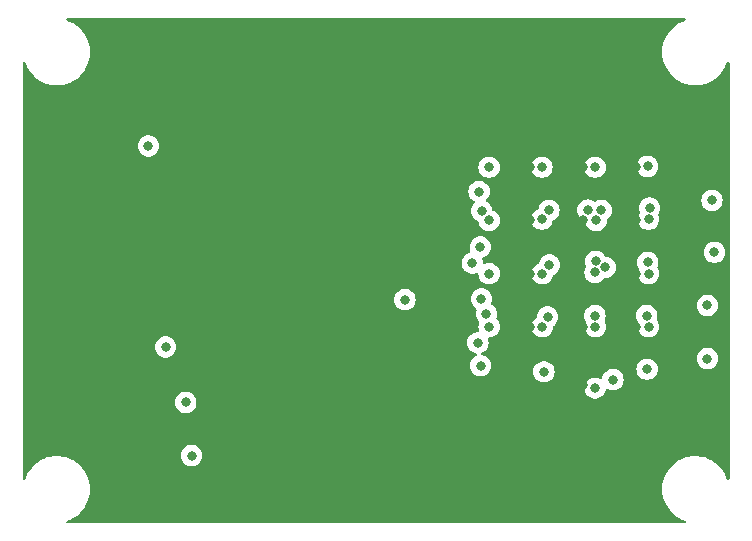
<source format=gbr>
%TF.GenerationSoftware,KiCad,Pcbnew,7.0.7*%
%TF.CreationDate,2023-10-03T17:06:42-05:00*%
%TF.ProjectId,MLX90393_board3,4d4c5839-3033-4393-935f-626f61726433,rev?*%
%TF.SameCoordinates,Original*%
%TF.FileFunction,Copper,L3,Inr*%
%TF.FilePolarity,Positive*%
%FSLAX46Y46*%
G04 Gerber Fmt 4.6, Leading zero omitted, Abs format (unit mm)*
G04 Created by KiCad (PCBNEW 7.0.7) date 2023-10-03 17:06:42*
%MOMM*%
%LPD*%
G01*
G04 APERTURE LIST*
%TA.AperFunction,ViaPad*%
%ADD10C,0.800000*%
%TD*%
G04 APERTURE END LIST*
D10*
%TO.N,+3.3V*%
X180900000Y-108300000D03*
X145261689Y-123158415D03*
X176016689Y-108248415D03*
X167016689Y-112748415D03*
X167016689Y-117248415D03*
X149561689Y-112958415D03*
X167016689Y-122348415D03*
X176016689Y-122248415D03*
X167016689Y-103748415D03*
X171516689Y-122148415D03*
X167016689Y-108248415D03*
X176016689Y-117248415D03*
X180516689Y-103748415D03*
X180516689Y-122148415D03*
X176016689Y-103748415D03*
X171516689Y-117248415D03*
X180516689Y-117248415D03*
X171516689Y-108248415D03*
X180516689Y-112748415D03*
X128350000Y-102000000D03*
X171516689Y-103748415D03*
X176016689Y-112748415D03*
X170998471Y-112658997D03*
%TO.N,GND*%
X182416689Y-106548415D03*
X172516689Y-122448415D03*
X162600000Y-118600000D03*
X182016689Y-115448415D03*
X138361689Y-128158415D03*
X134700000Y-101950000D03*
X137861689Y-123658415D03*
X162700000Y-105800000D03*
X171890716Y-107375685D03*
X172567646Y-111700281D03*
X162900000Y-114900000D03*
X162800000Y-110500000D03*
X136161689Y-118958415D03*
X182616689Y-110948415D03*
X182016689Y-119948415D03*
%TO.N,SCL_3V*%
X172516689Y-103748415D03*
X163545429Y-112748415D03*
X163545429Y-103748415D03*
X168045429Y-117248415D03*
X168016689Y-103748415D03*
X163545429Y-117248415D03*
X172516689Y-112648415D03*
X172545429Y-117248415D03*
X176962938Y-103669876D03*
X177045429Y-117248415D03*
X177045429Y-108148415D03*
X168045429Y-112748415D03*
X172616689Y-108248415D03*
X163545429Y-108248415D03*
X168024106Y-108148415D03*
X177045429Y-112748415D03*
%TO.N,SDA_3V*%
X163316689Y-116148415D03*
X173365320Y-112222526D03*
X174029928Y-121724959D03*
X162816689Y-120548415D03*
X168651363Y-112017389D03*
X173041320Y-107399155D03*
X176894571Y-116310973D03*
X176977383Y-111801354D03*
X168616689Y-107387986D03*
X162916689Y-107448415D03*
X177129672Y-107202657D03*
X176916689Y-120848415D03*
X162116689Y-111848415D03*
X168186155Y-121062126D03*
X172500000Y-116300000D03*
X168498212Y-116413824D03*
X156416689Y-114948415D03*
%TD*%
%TA.AperFunction,Conductor*%
%TO.N,+3.3V*%
G36*
X180141997Y-91120185D02*
G01*
X180187752Y-91172989D01*
X180197696Y-91242147D01*
X180168671Y-91305703D01*
X180117368Y-91341022D01*
X179888897Y-91424178D01*
X179888891Y-91424181D01*
X179597380Y-91570584D01*
X179324815Y-91749852D01*
X179074931Y-91959530D01*
X179074930Y-91959531D01*
X179074924Y-91959536D01*
X179074923Y-91959538D01*
X178851057Y-92196823D01*
X178851054Y-92196826D01*
X178851052Y-92196829D01*
X178851045Y-92196837D01*
X178656251Y-92458490D01*
X178493143Y-92741003D01*
X178493137Y-92741016D01*
X178363931Y-93040547D01*
X178270369Y-93353067D01*
X178270367Y-93353075D01*
X178213723Y-93674319D01*
X178213722Y-93674330D01*
X178194754Y-93999996D01*
X178194754Y-94000003D01*
X178213722Y-94325669D01*
X178213723Y-94325680D01*
X178270367Y-94646924D01*
X178270369Y-94646932D01*
X178363931Y-94959452D01*
X178493137Y-95258983D01*
X178493143Y-95258996D01*
X178656251Y-95541509D01*
X178851045Y-95803162D01*
X178851050Y-95803168D01*
X178851057Y-95803177D01*
X179074923Y-96040462D01*
X179074929Y-96040467D01*
X179074930Y-96040468D01*
X179074931Y-96040469D01*
X179324815Y-96250147D01*
X179324818Y-96250149D01*
X179324823Y-96250153D01*
X179597377Y-96429414D01*
X179888899Y-96575822D01*
X180195446Y-96687396D01*
X180195452Y-96687397D01*
X180195454Y-96687398D01*
X180512858Y-96762625D01*
X180512865Y-96762626D01*
X180512874Y-96762628D01*
X180836889Y-96800500D01*
X180836896Y-96800500D01*
X181163104Y-96800500D01*
X181163111Y-96800500D01*
X181487126Y-96762628D01*
X181487135Y-96762625D01*
X181487141Y-96762625D01*
X181743176Y-96701942D01*
X181804554Y-96687396D01*
X182111101Y-96575822D01*
X182402623Y-96429414D01*
X182675177Y-96250153D01*
X182925077Y-96040462D01*
X183148943Y-95803177D01*
X183343749Y-95541508D01*
X183506859Y-95258992D01*
X183636069Y-94959451D01*
X183656709Y-94890507D01*
X183694794Y-94831930D01*
X183758502Y-94803242D01*
X183827607Y-94813551D01*
X183880168Y-94859584D01*
X183899500Y-94926071D01*
X183899500Y-130073928D01*
X183879815Y-130140967D01*
X183827011Y-130186722D01*
X183757853Y-130196666D01*
X183694297Y-130167641D01*
X183656709Y-130109492D01*
X183636068Y-130040547D01*
X183506859Y-129741008D01*
X183343749Y-129458492D01*
X183343748Y-129458490D01*
X183148954Y-129196837D01*
X183148947Y-129196829D01*
X183148943Y-129196823D01*
X182925077Y-128959538D01*
X182925069Y-128959531D01*
X182925068Y-128959530D01*
X182675184Y-128749852D01*
X182675179Y-128749848D01*
X182675177Y-128749847D01*
X182402623Y-128570586D01*
X182315223Y-128526692D01*
X182111108Y-128424181D01*
X182111102Y-128424178D01*
X181804566Y-128312608D01*
X181804545Y-128312601D01*
X181487141Y-128237374D01*
X181487126Y-128237372D01*
X181487125Y-128237372D01*
X181163111Y-128199500D01*
X180836889Y-128199500D01*
X180553375Y-128232638D01*
X180512873Y-128237372D01*
X180512858Y-128237374D01*
X180195454Y-128312601D01*
X180195433Y-128312608D01*
X179888897Y-128424178D01*
X179888891Y-128424181D01*
X179597380Y-128570584D01*
X179324815Y-128749852D01*
X179074931Y-128959530D01*
X179074930Y-128959531D01*
X179074924Y-128959536D01*
X179074923Y-128959538D01*
X178851057Y-129196823D01*
X178851054Y-129196826D01*
X178851052Y-129196829D01*
X178851045Y-129196837D01*
X178656251Y-129458490D01*
X178493143Y-129741003D01*
X178493137Y-129741016D01*
X178363931Y-130040547D01*
X178270369Y-130353067D01*
X178270367Y-130353075D01*
X178213723Y-130674319D01*
X178213722Y-130674330D01*
X178194754Y-130999996D01*
X178194754Y-131000003D01*
X178213722Y-131325669D01*
X178213723Y-131325680D01*
X178270367Y-131646924D01*
X178270369Y-131646932D01*
X178363931Y-131959452D01*
X178493137Y-132258983D01*
X178493143Y-132258996D01*
X178656251Y-132541509D01*
X178851045Y-132803162D01*
X178851050Y-132803168D01*
X178851057Y-132803177D01*
X179074923Y-133040462D01*
X179074929Y-133040467D01*
X179074930Y-133040468D01*
X179074931Y-133040469D01*
X179324815Y-133250147D01*
X179324818Y-133250149D01*
X179324823Y-133250153D01*
X179597377Y-133429414D01*
X179888899Y-133575822D01*
X180069463Y-133641542D01*
X180117368Y-133658978D01*
X180173632Y-133700404D01*
X180198568Y-133765673D01*
X180184258Y-133834062D01*
X180135246Y-133883857D01*
X180074958Y-133899500D01*
X127875042Y-133899500D01*
X127808003Y-133879815D01*
X127762248Y-133827011D01*
X127752304Y-133757853D01*
X127781329Y-133694297D01*
X127832632Y-133658978D01*
X127855916Y-133650502D01*
X128061101Y-133575822D01*
X128352623Y-133429414D01*
X128625177Y-133250153D01*
X128875077Y-133040462D01*
X129098943Y-132803177D01*
X129293749Y-132541508D01*
X129456859Y-132258992D01*
X129586069Y-131959451D01*
X129679630Y-131646934D01*
X129736278Y-131325669D01*
X129755246Y-131000000D01*
X129736278Y-130674331D01*
X129679630Y-130353066D01*
X129586069Y-130040549D01*
X129456859Y-129741008D01*
X129293749Y-129458492D01*
X129293748Y-129458490D01*
X129098954Y-129196837D01*
X129098947Y-129196829D01*
X129098943Y-129196823D01*
X128875077Y-128959538D01*
X128875069Y-128959531D01*
X128875068Y-128959530D01*
X128625184Y-128749852D01*
X128625179Y-128749848D01*
X128625177Y-128749847D01*
X128352623Y-128570586D01*
X128265223Y-128526692D01*
X128061108Y-128424181D01*
X128061102Y-128424178D01*
X127754566Y-128312608D01*
X127754545Y-128312601D01*
X127437141Y-128237374D01*
X127437126Y-128237372D01*
X127437125Y-128237372D01*
X127113111Y-128199500D01*
X126786889Y-128199500D01*
X126503375Y-128232638D01*
X126462873Y-128237372D01*
X126462858Y-128237374D01*
X126145454Y-128312601D01*
X126145433Y-128312608D01*
X125838897Y-128424178D01*
X125838891Y-128424181D01*
X125547380Y-128570584D01*
X125274815Y-128749852D01*
X125024931Y-128959530D01*
X125024930Y-128959531D01*
X125024924Y-128959536D01*
X125024923Y-128959538D01*
X124801057Y-129196823D01*
X124801054Y-129196826D01*
X124801052Y-129196829D01*
X124801045Y-129196837D01*
X124606251Y-129458490D01*
X124443143Y-129741003D01*
X124443137Y-129741016D01*
X124313931Y-130040547D01*
X124293291Y-130109492D01*
X124255206Y-130168069D01*
X124191497Y-130196758D01*
X124122392Y-130186448D01*
X124069831Y-130140415D01*
X124050500Y-130073928D01*
X124050500Y-128158415D01*
X137456229Y-128158415D01*
X137476015Y-128346671D01*
X137476016Y-128346674D01*
X137534507Y-128526692D01*
X137534510Y-128526699D01*
X137629156Y-128690631D01*
X137682479Y-128749852D01*
X137755818Y-128831303D01*
X137908954Y-128942563D01*
X137908959Y-128942566D01*
X138081881Y-129019557D01*
X138081886Y-129019559D01*
X138267043Y-129058915D01*
X138267044Y-129058915D01*
X138456333Y-129058915D01*
X138456335Y-129058915D01*
X138641492Y-129019559D01*
X138814419Y-128942566D01*
X138967560Y-128831303D01*
X139094222Y-128690631D01*
X139188868Y-128526699D01*
X139247363Y-128346671D01*
X139267149Y-128158415D01*
X139247363Y-127970159D01*
X139188868Y-127790131D01*
X139094222Y-127626199D01*
X138967560Y-127485527D01*
X138967559Y-127485526D01*
X138814423Y-127374266D01*
X138814418Y-127374263D01*
X138641496Y-127297272D01*
X138641491Y-127297270D01*
X138495689Y-127266280D01*
X138456335Y-127257915D01*
X138267043Y-127257915D01*
X138234586Y-127264813D01*
X138081886Y-127297270D01*
X138081881Y-127297272D01*
X137908959Y-127374263D01*
X137908954Y-127374266D01*
X137755818Y-127485526D01*
X137629155Y-127626200D01*
X137534510Y-127790130D01*
X137534507Y-127790137D01*
X137476016Y-127970155D01*
X137476015Y-127970159D01*
X137456229Y-128158415D01*
X124050500Y-128158415D01*
X124050500Y-123658415D01*
X136956229Y-123658415D01*
X136976015Y-123846671D01*
X136976016Y-123846674D01*
X137034507Y-124026692D01*
X137034510Y-124026699D01*
X137129156Y-124190631D01*
X137255818Y-124331302D01*
X137255818Y-124331303D01*
X137408954Y-124442563D01*
X137408959Y-124442566D01*
X137581881Y-124519557D01*
X137581886Y-124519559D01*
X137767043Y-124558915D01*
X137767044Y-124558915D01*
X137956333Y-124558915D01*
X137956335Y-124558915D01*
X138141492Y-124519559D01*
X138314419Y-124442566D01*
X138467560Y-124331303D01*
X138594222Y-124190631D01*
X138688868Y-124026699D01*
X138747363Y-123846671D01*
X138767149Y-123658415D01*
X138747363Y-123470159D01*
X138688868Y-123290131D01*
X138594222Y-123126199D01*
X138467560Y-122985527D01*
X138467559Y-122985526D01*
X138314423Y-122874266D01*
X138314418Y-122874263D01*
X138141496Y-122797272D01*
X138141491Y-122797270D01*
X137995689Y-122766280D01*
X137956335Y-122757915D01*
X137767043Y-122757915D01*
X137734586Y-122764813D01*
X137581886Y-122797270D01*
X137581881Y-122797272D01*
X137408959Y-122874263D01*
X137408954Y-122874266D01*
X137255818Y-122985526D01*
X137129155Y-123126200D01*
X137034510Y-123290130D01*
X137034507Y-123290137D01*
X136976016Y-123470155D01*
X136976015Y-123470159D01*
X136956229Y-123658415D01*
X124050500Y-123658415D01*
X124050500Y-122448415D01*
X171611229Y-122448415D01*
X171631015Y-122636671D01*
X171631016Y-122636673D01*
X171631016Y-122636674D01*
X171689507Y-122816692D01*
X171689510Y-122816699D01*
X171784156Y-122980631D01*
X171910817Y-123121302D01*
X171910818Y-123121303D01*
X172063954Y-123232563D01*
X172063959Y-123232566D01*
X172236881Y-123309557D01*
X172236886Y-123309559D01*
X172422043Y-123348915D01*
X172422044Y-123348915D01*
X172611333Y-123348915D01*
X172611335Y-123348915D01*
X172796492Y-123309559D01*
X172969419Y-123232566D01*
X173122560Y-123121303D01*
X173249222Y-122980631D01*
X173343868Y-122816699D01*
X173402363Y-122636671D01*
X173405146Y-122610186D01*
X173431728Y-122545574D01*
X173489024Y-122505588D01*
X173558843Y-122502926D01*
X173578902Y-122509869D01*
X173750120Y-122586101D01*
X173750125Y-122586103D01*
X173935282Y-122625459D01*
X173935283Y-122625459D01*
X174124572Y-122625459D01*
X174124574Y-122625459D01*
X174309731Y-122586103D01*
X174482658Y-122509110D01*
X174635799Y-122397847D01*
X174762461Y-122257175D01*
X174857107Y-122093243D01*
X174915602Y-121913215D01*
X174935388Y-121724959D01*
X174915602Y-121536703D01*
X174857107Y-121356675D01*
X174762461Y-121192743D01*
X174635799Y-121052071D01*
X174614603Y-121036671D01*
X174482662Y-120940810D01*
X174482657Y-120940807D01*
X174309735Y-120863816D01*
X174309730Y-120863814D01*
X174237281Y-120848415D01*
X176011229Y-120848415D01*
X176031015Y-121036671D01*
X176031016Y-121036674D01*
X176089507Y-121216692D01*
X176089510Y-121216699D01*
X176184156Y-121380631D01*
X176310818Y-121521302D01*
X176310818Y-121521303D01*
X176463954Y-121632563D01*
X176463959Y-121632566D01*
X176636881Y-121709557D01*
X176636886Y-121709559D01*
X176822043Y-121748915D01*
X176822044Y-121748915D01*
X177011333Y-121748915D01*
X177011335Y-121748915D01*
X177196492Y-121709559D01*
X177369419Y-121632566D01*
X177522560Y-121521303D01*
X177649222Y-121380631D01*
X177743868Y-121216699D01*
X177802363Y-121036671D01*
X177822149Y-120848415D01*
X177802363Y-120660159D01*
X177747801Y-120492238D01*
X177743870Y-120480137D01*
X177743869Y-120480136D01*
X177743868Y-120480131D01*
X177649222Y-120316199D01*
X177522560Y-120175527D01*
X177503427Y-120161626D01*
X177369423Y-120064266D01*
X177369418Y-120064263D01*
X177196496Y-119987272D01*
X177196491Y-119987270D01*
X177050690Y-119956280D01*
X177013687Y-119948415D01*
X181111229Y-119948415D01*
X181131015Y-120136671D01*
X181131016Y-120136674D01*
X181189507Y-120316692D01*
X181189510Y-120316699D01*
X181284156Y-120480631D01*
X181410817Y-120621302D01*
X181410818Y-120621303D01*
X181563954Y-120732563D01*
X181563959Y-120732566D01*
X181736881Y-120809557D01*
X181736886Y-120809559D01*
X181922043Y-120848915D01*
X181922044Y-120848915D01*
X182111333Y-120848915D01*
X182111335Y-120848915D01*
X182296492Y-120809559D01*
X182469419Y-120732566D01*
X182622560Y-120621303D01*
X182749222Y-120480631D01*
X182843868Y-120316699D01*
X182902363Y-120136671D01*
X182922149Y-119948415D01*
X182902363Y-119760159D01*
X182843868Y-119580131D01*
X182749222Y-119416199D01*
X182622560Y-119275527D01*
X182618928Y-119272888D01*
X182469423Y-119164266D01*
X182469418Y-119164263D01*
X182296496Y-119087272D01*
X182296491Y-119087270D01*
X182150690Y-119056280D01*
X182111335Y-119047915D01*
X181922043Y-119047915D01*
X181889586Y-119054813D01*
X181736886Y-119087270D01*
X181736881Y-119087272D01*
X181563959Y-119164263D01*
X181563954Y-119164266D01*
X181410818Y-119275526D01*
X181284155Y-119416200D01*
X181189510Y-119580130D01*
X181189507Y-119580137D01*
X181143864Y-119720613D01*
X181131015Y-119760159D01*
X181111229Y-119948415D01*
X177013687Y-119948415D01*
X177011335Y-119947915D01*
X176822043Y-119947915D01*
X176789586Y-119954813D01*
X176636886Y-119987270D01*
X176636881Y-119987272D01*
X176463959Y-120064263D01*
X176463954Y-120064266D01*
X176310818Y-120175526D01*
X176184155Y-120316200D01*
X176089510Y-120480130D01*
X176089507Y-120480137D01*
X176043640Y-120621303D01*
X176031015Y-120660159D01*
X176011229Y-120848415D01*
X174237281Y-120848415D01*
X174163929Y-120832824D01*
X174124574Y-120824459D01*
X173935282Y-120824459D01*
X173902825Y-120831357D01*
X173750125Y-120863814D01*
X173750120Y-120863816D01*
X173577198Y-120940807D01*
X173577193Y-120940810D01*
X173424057Y-121052070D01*
X173297394Y-121192744D01*
X173202749Y-121356674D01*
X173202746Y-121356681D01*
X173144255Y-121536699D01*
X173144254Y-121536703D01*
X173141470Y-121563188D01*
X173114886Y-121627802D01*
X173057588Y-121667786D01*
X172987769Y-121670446D01*
X172967714Y-121663504D01*
X172796496Y-121587272D01*
X172796491Y-121587270D01*
X172650689Y-121556280D01*
X172611335Y-121547915D01*
X172422043Y-121547915D01*
X172389586Y-121554813D01*
X172236886Y-121587270D01*
X172236881Y-121587272D01*
X172063959Y-121664263D01*
X172063954Y-121664266D01*
X171910818Y-121775526D01*
X171784155Y-121916200D01*
X171689510Y-122080130D01*
X171689507Y-122080137D01*
X171631016Y-122260155D01*
X171631015Y-122260159D01*
X171611229Y-122448415D01*
X124050500Y-122448415D01*
X124050500Y-118958415D01*
X135256229Y-118958415D01*
X135276015Y-119146671D01*
X135276016Y-119146674D01*
X135334507Y-119326692D01*
X135334510Y-119326699D01*
X135429156Y-119490631D01*
X135509748Y-119580137D01*
X135555818Y-119631303D01*
X135708954Y-119742563D01*
X135708959Y-119742566D01*
X135881881Y-119819557D01*
X135881886Y-119819559D01*
X136067043Y-119858915D01*
X136067044Y-119858915D01*
X136256333Y-119858915D01*
X136256335Y-119858915D01*
X136441492Y-119819559D01*
X136614419Y-119742566D01*
X136767560Y-119631303D01*
X136894222Y-119490631D01*
X136988868Y-119326699D01*
X137047363Y-119146671D01*
X137067149Y-118958415D01*
X137047363Y-118770159D01*
X136992075Y-118600000D01*
X161694540Y-118600000D01*
X161714326Y-118788256D01*
X161714327Y-118788259D01*
X161772818Y-118968277D01*
X161772821Y-118968284D01*
X161867467Y-119132216D01*
X161994128Y-119272887D01*
X161994129Y-119272888D01*
X162147265Y-119384148D01*
X162147270Y-119384151D01*
X162320192Y-119461142D01*
X162320197Y-119461144D01*
X162437343Y-119486044D01*
X162498825Y-119519236D01*
X162532601Y-119580399D01*
X162527949Y-119650114D01*
X162486344Y-119706246D01*
X162461999Y-119720613D01*
X162363956Y-119764265D01*
X162363954Y-119764266D01*
X162210818Y-119875526D01*
X162084155Y-120016200D01*
X161989510Y-120180130D01*
X161989507Y-120180137D01*
X161945298Y-120316200D01*
X161931015Y-120360159D01*
X161911229Y-120548415D01*
X161931015Y-120736671D01*
X161931016Y-120736674D01*
X161989507Y-120916692D01*
X161989510Y-120916699D01*
X162084156Y-121080631D01*
X162185103Y-121192744D01*
X162210818Y-121221303D01*
X162363954Y-121332563D01*
X162363959Y-121332566D01*
X162536881Y-121409557D01*
X162536886Y-121409559D01*
X162722043Y-121448915D01*
X162722044Y-121448915D01*
X162911333Y-121448915D01*
X162911335Y-121448915D01*
X163096492Y-121409559D01*
X163269419Y-121332566D01*
X163422560Y-121221303D01*
X163549222Y-121080631D01*
X163559906Y-121062126D01*
X167280695Y-121062126D01*
X167300481Y-121250382D01*
X167300482Y-121250385D01*
X167358973Y-121430403D01*
X167358976Y-121430410D01*
X167453622Y-121594342D01*
X167522147Y-121670446D01*
X167580284Y-121735014D01*
X167733420Y-121846274D01*
X167733425Y-121846277D01*
X167906347Y-121923268D01*
X167906352Y-121923270D01*
X168091509Y-121962626D01*
X168091510Y-121962626D01*
X168280799Y-121962626D01*
X168280801Y-121962626D01*
X168465958Y-121923270D01*
X168638885Y-121846277D01*
X168792026Y-121735014D01*
X168918688Y-121594342D01*
X169013334Y-121430410D01*
X169071829Y-121250382D01*
X169091615Y-121062126D01*
X169071829Y-120873870D01*
X169013334Y-120693842D01*
X168918688Y-120529910D01*
X168792026Y-120389238D01*
X168792025Y-120389237D01*
X168638889Y-120277977D01*
X168638884Y-120277974D01*
X168465962Y-120200983D01*
X168465957Y-120200981D01*
X168320155Y-120169991D01*
X168280801Y-120161626D01*
X168091509Y-120161626D01*
X168059052Y-120168524D01*
X167906352Y-120200981D01*
X167906347Y-120200983D01*
X167733425Y-120277974D01*
X167733420Y-120277977D01*
X167580284Y-120389237D01*
X167453621Y-120529911D01*
X167358976Y-120693841D01*
X167358973Y-120693848D01*
X167300482Y-120873866D01*
X167300481Y-120873870D01*
X167280695Y-121062126D01*
X163559906Y-121062126D01*
X163643868Y-120916699D01*
X163702363Y-120736671D01*
X163722149Y-120548415D01*
X163702363Y-120360159D01*
X163643868Y-120180131D01*
X163549222Y-120016199D01*
X163422560Y-119875527D01*
X163422559Y-119875526D01*
X163269423Y-119764266D01*
X163269418Y-119764263D01*
X163096496Y-119687272D01*
X163096491Y-119687270D01*
X162979345Y-119662370D01*
X162917863Y-119629177D01*
X162884087Y-119568014D01*
X162888739Y-119498300D01*
X162930344Y-119442167D01*
X162954681Y-119427805D01*
X163052730Y-119384151D01*
X163205871Y-119272888D01*
X163332533Y-119132216D01*
X163427179Y-118968284D01*
X163485674Y-118788256D01*
X163505460Y-118600000D01*
X163485674Y-118411744D01*
X163453016Y-118311233D01*
X163451021Y-118241392D01*
X163487101Y-118181559D01*
X163549802Y-118150731D01*
X163570947Y-118148915D01*
X163640073Y-118148915D01*
X163640075Y-118148915D01*
X163825232Y-118109559D01*
X163998159Y-118032566D01*
X164151300Y-117921303D01*
X164277962Y-117780631D01*
X164372608Y-117616699D01*
X164431103Y-117436671D01*
X164450889Y-117248415D01*
X167139969Y-117248415D01*
X167159755Y-117436671D01*
X167159756Y-117436674D01*
X167218247Y-117616692D01*
X167218250Y-117616699D01*
X167312896Y-117780631D01*
X167439558Y-117921302D01*
X167439558Y-117921303D01*
X167592694Y-118032563D01*
X167592699Y-118032566D01*
X167765621Y-118109557D01*
X167765626Y-118109559D01*
X167950783Y-118148915D01*
X167950784Y-118148915D01*
X168140073Y-118148915D01*
X168140075Y-118148915D01*
X168325232Y-118109559D01*
X168498159Y-118032566D01*
X168651300Y-117921303D01*
X168777962Y-117780631D01*
X168872608Y-117616699D01*
X168931103Y-117436671D01*
X168950853Y-117248750D01*
X168977437Y-117184137D01*
X169001280Y-117161402D01*
X169104083Y-117086712D01*
X169230745Y-116946040D01*
X169325391Y-116782108D01*
X169383886Y-116602080D01*
X169403672Y-116413824D01*
X169391709Y-116300000D01*
X171594540Y-116300000D01*
X171614326Y-116488256D01*
X171614327Y-116488259D01*
X171672818Y-116668277D01*
X171672821Y-116668284D01*
X171720894Y-116751549D01*
X171737367Y-116819450D01*
X171720898Y-116875543D01*
X171718249Y-116880130D01*
X171659757Y-117060152D01*
X171659755Y-117060159D01*
X171639969Y-117248415D01*
X171659755Y-117436671D01*
X171659756Y-117436674D01*
X171718247Y-117616692D01*
X171718250Y-117616699D01*
X171812896Y-117780631D01*
X171939558Y-117921302D01*
X171939558Y-117921303D01*
X172092694Y-118032563D01*
X172092699Y-118032566D01*
X172265621Y-118109557D01*
X172265626Y-118109559D01*
X172450783Y-118148915D01*
X172450784Y-118148915D01*
X172640073Y-118148915D01*
X172640075Y-118148915D01*
X172825232Y-118109559D01*
X172998159Y-118032566D01*
X173151300Y-117921303D01*
X173277962Y-117780631D01*
X173372608Y-117616699D01*
X173431103Y-117436671D01*
X173450889Y-117248415D01*
X173431103Y-117060159D01*
X173372608Y-116880131D01*
X173372605Y-116880125D01*
X173324534Y-116796863D01*
X173308061Y-116728963D01*
X173324536Y-116672860D01*
X173327179Y-116668284D01*
X173385674Y-116488256D01*
X173404307Y-116310973D01*
X175989111Y-116310973D01*
X176008897Y-116499229D01*
X176008898Y-116499232D01*
X176067389Y-116679250D01*
X176067392Y-116679257D01*
X176162036Y-116843187D01*
X176162041Y-116843194D01*
X176164255Y-116845652D01*
X176165087Y-116847387D01*
X176165860Y-116848450D01*
X176165665Y-116848591D01*
X176194488Y-116908641D01*
X176190041Y-116966946D01*
X176159757Y-117060152D01*
X176159755Y-117060158D01*
X176156964Y-117086712D01*
X176139969Y-117248415D01*
X176159755Y-117436671D01*
X176159756Y-117436674D01*
X176218247Y-117616692D01*
X176218250Y-117616699D01*
X176312896Y-117780631D01*
X176439557Y-117921302D01*
X176439558Y-117921303D01*
X176592694Y-118032563D01*
X176592699Y-118032566D01*
X176765621Y-118109557D01*
X176765626Y-118109559D01*
X176950783Y-118148915D01*
X176950784Y-118148915D01*
X177140073Y-118148915D01*
X177140075Y-118148915D01*
X177325232Y-118109559D01*
X177498159Y-118032566D01*
X177651300Y-117921303D01*
X177777962Y-117780631D01*
X177872608Y-117616699D01*
X177931103Y-117436671D01*
X177950889Y-117248415D01*
X177931103Y-117060159D01*
X177872608Y-116880131D01*
X177816015Y-116782108D01*
X177777963Y-116716200D01*
X177777958Y-116716193D01*
X177775739Y-116713729D01*
X177774904Y-116711990D01*
X177774140Y-116710938D01*
X177774332Y-116710798D01*
X177745509Y-116650737D01*
X177749957Y-116592441D01*
X177780245Y-116499229D01*
X177800031Y-116310973D01*
X177780245Y-116122717D01*
X177721750Y-115942689D01*
X177627104Y-115778757D01*
X177500442Y-115638085D01*
X177488864Y-115629673D01*
X177347305Y-115526824D01*
X177347300Y-115526821D01*
X177174378Y-115449830D01*
X177174373Y-115449828D01*
X177167725Y-115448415D01*
X181111229Y-115448415D01*
X181131015Y-115636671D01*
X181131016Y-115636674D01*
X181189507Y-115816692D01*
X181189510Y-115816699D01*
X181284156Y-115980631D01*
X181342606Y-116045546D01*
X181410818Y-116121303D01*
X181563954Y-116232563D01*
X181563959Y-116232566D01*
X181736881Y-116309557D01*
X181736886Y-116309559D01*
X181922043Y-116348915D01*
X181922044Y-116348915D01*
X182111333Y-116348915D01*
X182111335Y-116348915D01*
X182296492Y-116309559D01*
X182469419Y-116232566D01*
X182622560Y-116121303D01*
X182749222Y-115980631D01*
X182843868Y-115816699D01*
X182902363Y-115636671D01*
X182922149Y-115448415D01*
X182902363Y-115260159D01*
X182843868Y-115080131D01*
X182749222Y-114916199D01*
X182622560Y-114775527D01*
X182601408Y-114760159D01*
X182469423Y-114664266D01*
X182469418Y-114664263D01*
X182296496Y-114587272D01*
X182296491Y-114587270D01*
X182150689Y-114556280D01*
X182111335Y-114547915D01*
X181922043Y-114547915D01*
X181889586Y-114554813D01*
X181736886Y-114587270D01*
X181736881Y-114587272D01*
X181563959Y-114664263D01*
X181563954Y-114664266D01*
X181410818Y-114775526D01*
X181284155Y-114916200D01*
X181189510Y-115080130D01*
X181189507Y-115080137D01*
X181139052Y-115235423D01*
X181131015Y-115260159D01*
X181111229Y-115448415D01*
X177167725Y-115448415D01*
X177028571Y-115418838D01*
X176989217Y-115410473D01*
X176799925Y-115410473D01*
X176767468Y-115417371D01*
X176614768Y-115449828D01*
X176614763Y-115449830D01*
X176441841Y-115526821D01*
X176441836Y-115526824D01*
X176288700Y-115638084D01*
X176162037Y-115778758D01*
X176067392Y-115942688D01*
X176067389Y-115942695D01*
X176012462Y-116111744D01*
X176008897Y-116122717D01*
X175989111Y-116310973D01*
X173404307Y-116310973D01*
X173405460Y-116300000D01*
X173385674Y-116111744D01*
X173327179Y-115931716D01*
X173232533Y-115767784D01*
X173105871Y-115627112D01*
X173090852Y-115616200D01*
X172952734Y-115515851D01*
X172952729Y-115515848D01*
X172779807Y-115438857D01*
X172779802Y-115438855D01*
X172634001Y-115407865D01*
X172594646Y-115399500D01*
X172405354Y-115399500D01*
X172372897Y-115406398D01*
X172220197Y-115438855D01*
X172220192Y-115438857D01*
X172047270Y-115515848D01*
X172047265Y-115515851D01*
X171894129Y-115627111D01*
X171767466Y-115767785D01*
X171672821Y-115931715D01*
X171672818Y-115931722D01*
X171656927Y-115980631D01*
X171614326Y-116111744D01*
X171594540Y-116300000D01*
X169391709Y-116300000D01*
X169383886Y-116225568D01*
X169325391Y-116045540D01*
X169230745Y-115881608D01*
X169104083Y-115740936D01*
X169092559Y-115732563D01*
X168950946Y-115629675D01*
X168950941Y-115629672D01*
X168778019Y-115552681D01*
X168778014Y-115552679D01*
X168632212Y-115521689D01*
X168592858Y-115513324D01*
X168403566Y-115513324D01*
X168371109Y-115520222D01*
X168218409Y-115552679D01*
X168218404Y-115552681D01*
X168045482Y-115629672D01*
X168045477Y-115629675D01*
X167892341Y-115740935D01*
X167765678Y-115881609D01*
X167671033Y-116045539D01*
X167671030Y-116045546D01*
X167612539Y-116225564D01*
X167612538Y-116225568D01*
X167603562Y-116310973D01*
X167592787Y-116413486D01*
X167566202Y-116478101D01*
X167542352Y-116500842D01*
X167439556Y-116575528D01*
X167312895Y-116716200D01*
X167218250Y-116880130D01*
X167218247Y-116880137D01*
X167159757Y-117060152D01*
X167159755Y-117060159D01*
X167139969Y-117248415D01*
X164450889Y-117248415D01*
X164431103Y-117060159D01*
X164372608Y-116880131D01*
X164277962Y-116716199D01*
X164219020Y-116650737D01*
X164179697Y-116607064D01*
X164149467Y-116544072D01*
X164153916Y-116485774D01*
X164177404Y-116413486D01*
X164202363Y-116336671D01*
X164222149Y-116148415D01*
X164202363Y-115960159D01*
X164143868Y-115780131D01*
X164049222Y-115616199D01*
X163922560Y-115475527D01*
X163843040Y-115417752D01*
X163782901Y-115374059D01*
X163740236Y-115318729D01*
X163734257Y-115249116D01*
X163737856Y-115235423D01*
X163785674Y-115088256D01*
X163805460Y-114900000D01*
X163785674Y-114711744D01*
X163727179Y-114531716D01*
X163632533Y-114367784D01*
X163505871Y-114227112D01*
X163419371Y-114164266D01*
X163352734Y-114115851D01*
X163352729Y-114115848D01*
X163179807Y-114038857D01*
X163179802Y-114038855D01*
X163034000Y-114007865D01*
X162994646Y-113999500D01*
X162805354Y-113999500D01*
X162772897Y-114006398D01*
X162620197Y-114038855D01*
X162620192Y-114038857D01*
X162447270Y-114115848D01*
X162447265Y-114115851D01*
X162294129Y-114227111D01*
X162167466Y-114367785D01*
X162072821Y-114531715D01*
X162072818Y-114531722D01*
X162014327Y-114711740D01*
X162014326Y-114711744D01*
X161994540Y-114900000D01*
X162014326Y-115088256D01*
X162014327Y-115088259D01*
X162072818Y-115268277D01*
X162072821Y-115268284D01*
X162167467Y-115432216D01*
X162294129Y-115572887D01*
X162294129Y-115572888D01*
X162433786Y-115674355D01*
X162476452Y-115729685D01*
X162482431Y-115799298D01*
X162478832Y-115812991D01*
X162436691Y-115942689D01*
X162431015Y-115960159D01*
X162411229Y-116148415D01*
X162431015Y-116336671D01*
X162431016Y-116336674D01*
X162489507Y-116516692D01*
X162489510Y-116516699D01*
X162584156Y-116680631D01*
X162632988Y-116734864D01*
X162682421Y-116789765D01*
X162712651Y-116852756D01*
X162708201Y-116911055D01*
X162659755Y-117060159D01*
X162639969Y-117248415D01*
X162659755Y-117436671D01*
X162659756Y-117436674D01*
X162692413Y-117537182D01*
X162694408Y-117607023D01*
X162658328Y-117666856D01*
X162595627Y-117697684D01*
X162574482Y-117699500D01*
X162505354Y-117699500D01*
X162472897Y-117706398D01*
X162320197Y-117738855D01*
X162320192Y-117738857D01*
X162147270Y-117815848D01*
X162147265Y-117815851D01*
X161994129Y-117927111D01*
X161867466Y-118067785D01*
X161772821Y-118231715D01*
X161772818Y-118231722D01*
X161714327Y-118411740D01*
X161714326Y-118411744D01*
X161694540Y-118600000D01*
X136992075Y-118600000D01*
X136988868Y-118590131D01*
X136894222Y-118426199D01*
X136767560Y-118285527D01*
X136767559Y-118285526D01*
X136614423Y-118174266D01*
X136614418Y-118174263D01*
X136441496Y-118097272D01*
X136441491Y-118097270D01*
X136295690Y-118066280D01*
X136256335Y-118057915D01*
X136067043Y-118057915D01*
X136034586Y-118064813D01*
X135881886Y-118097270D01*
X135881881Y-118097272D01*
X135708959Y-118174263D01*
X135708954Y-118174266D01*
X135555818Y-118285526D01*
X135429155Y-118426200D01*
X135334510Y-118590130D01*
X135334507Y-118590137D01*
X135276016Y-118770155D01*
X135276015Y-118770159D01*
X135256229Y-118958415D01*
X124050500Y-118958415D01*
X124050500Y-114948415D01*
X155511229Y-114948415D01*
X155531015Y-115136671D01*
X155531016Y-115136674D01*
X155589507Y-115316692D01*
X155589510Y-115316699D01*
X155684156Y-115480631D01*
X155767225Y-115572888D01*
X155810818Y-115621303D01*
X155963954Y-115732563D01*
X155963959Y-115732566D01*
X156136881Y-115809557D01*
X156136886Y-115809559D01*
X156322043Y-115848915D01*
X156322044Y-115848915D01*
X156511333Y-115848915D01*
X156511335Y-115848915D01*
X156696492Y-115809559D01*
X156869419Y-115732566D01*
X157022560Y-115621303D01*
X157149222Y-115480631D01*
X157243868Y-115316699D01*
X157302363Y-115136671D01*
X157322149Y-114948415D01*
X157302363Y-114760159D01*
X157243868Y-114580131D01*
X157149222Y-114416199D01*
X157022560Y-114275527D01*
X157022559Y-114275526D01*
X156869423Y-114164266D01*
X156869418Y-114164263D01*
X156696496Y-114087272D01*
X156696491Y-114087270D01*
X156550690Y-114056280D01*
X156511335Y-114047915D01*
X156322043Y-114047915D01*
X156289586Y-114054813D01*
X156136886Y-114087270D01*
X156136881Y-114087272D01*
X155963959Y-114164263D01*
X155963954Y-114164266D01*
X155810818Y-114275526D01*
X155684155Y-114416200D01*
X155589510Y-114580130D01*
X155589507Y-114580137D01*
X155546747Y-114711740D01*
X155531015Y-114760159D01*
X155511229Y-114948415D01*
X124050500Y-114948415D01*
X124050500Y-111848415D01*
X161211229Y-111848415D01*
X161231015Y-112036671D01*
X161231016Y-112036674D01*
X161289507Y-112216692D01*
X161289510Y-112216699D01*
X161384156Y-112380631D01*
X161411307Y-112410785D01*
X161510818Y-112521303D01*
X161663954Y-112632563D01*
X161663959Y-112632566D01*
X161836881Y-112709557D01*
X161836886Y-112709559D01*
X162022043Y-112748915D01*
X162022044Y-112748915D01*
X162211333Y-112748915D01*
X162211335Y-112748915D01*
X162396492Y-112709559D01*
X162469268Y-112677156D01*
X162538515Y-112667871D01*
X162601792Y-112697499D01*
X162639006Y-112756633D01*
X162643023Y-112777474D01*
X162645969Y-112805508D01*
X162659755Y-112936671D01*
X162659756Y-112936674D01*
X162718247Y-113116692D01*
X162718250Y-113116699D01*
X162812896Y-113280631D01*
X162939558Y-113421302D01*
X162939558Y-113421303D01*
X163092694Y-113532563D01*
X163092699Y-113532566D01*
X163265621Y-113609557D01*
X163265626Y-113609559D01*
X163450783Y-113648915D01*
X163450784Y-113648915D01*
X163640073Y-113648915D01*
X163640075Y-113648915D01*
X163825232Y-113609559D01*
X163998159Y-113532566D01*
X164151300Y-113421303D01*
X164277962Y-113280631D01*
X164372608Y-113116699D01*
X164431103Y-112936671D01*
X164450889Y-112748415D01*
X167139969Y-112748415D01*
X167159755Y-112936671D01*
X167159756Y-112936674D01*
X167218247Y-113116692D01*
X167218250Y-113116699D01*
X167312896Y-113280631D01*
X167439558Y-113421302D01*
X167439558Y-113421303D01*
X167592694Y-113532563D01*
X167592699Y-113532566D01*
X167765621Y-113609557D01*
X167765626Y-113609559D01*
X167950783Y-113648915D01*
X167950784Y-113648915D01*
X168140073Y-113648915D01*
X168140075Y-113648915D01*
X168325232Y-113609559D01*
X168498159Y-113532566D01*
X168651300Y-113421303D01*
X168777962Y-113280631D01*
X168872608Y-113116699D01*
X168931103Y-112936671D01*
X168931104Y-112936660D01*
X168931609Y-112934288D01*
X168932282Y-112933039D01*
X168933111Y-112930491D01*
X168933577Y-112930642D01*
X168964801Y-112872806D01*
X169002460Y-112846789D01*
X169104093Y-112801540D01*
X169257234Y-112690277D01*
X169294927Y-112648415D01*
X171611229Y-112648415D01*
X171631015Y-112836671D01*
X171631016Y-112836674D01*
X171689507Y-113016692D01*
X171689510Y-113016699D01*
X171784156Y-113180631D01*
X171874195Y-113280629D01*
X171910818Y-113321303D01*
X172063954Y-113432563D01*
X172063959Y-113432566D01*
X172236881Y-113509557D01*
X172236886Y-113509559D01*
X172422043Y-113548915D01*
X172422044Y-113548915D01*
X172611333Y-113548915D01*
X172611335Y-113548915D01*
X172796492Y-113509559D01*
X172969419Y-113432566D01*
X173122560Y-113321303D01*
X173249222Y-113180631D01*
X173249223Y-113180627D01*
X173253044Y-113175371D01*
X173255180Y-113176923D01*
X173297260Y-113136806D01*
X173354072Y-113123026D01*
X173459964Y-113123026D01*
X173459966Y-113123026D01*
X173645123Y-113083670D01*
X173818050Y-113006677D01*
X173971191Y-112895414D01*
X174097853Y-112754742D01*
X174192499Y-112590810D01*
X174250994Y-112410782D01*
X174270780Y-112222526D01*
X174250994Y-112034270D01*
X174192499Y-111854242D01*
X174161964Y-111801354D01*
X176071923Y-111801354D01*
X176091709Y-111989610D01*
X176091710Y-111989613D01*
X176150201Y-112169631D01*
X176150204Y-112169638D01*
X176209945Y-112273113D01*
X176226418Y-112341014D01*
X176218725Y-112373453D01*
X176220258Y-112373951D01*
X176218249Y-112380131D01*
X176218250Y-112380131D01*
X176159755Y-112560159D01*
X176139969Y-112748415D01*
X176159755Y-112936671D01*
X176159756Y-112936674D01*
X176218247Y-113116692D01*
X176218250Y-113116699D01*
X176312896Y-113280631D01*
X176439558Y-113421302D01*
X176439558Y-113421303D01*
X176592694Y-113532563D01*
X176592699Y-113532566D01*
X176765621Y-113609557D01*
X176765626Y-113609559D01*
X176950783Y-113648915D01*
X176950784Y-113648915D01*
X177140073Y-113648915D01*
X177140075Y-113648915D01*
X177325232Y-113609559D01*
X177498159Y-113532566D01*
X177651300Y-113421303D01*
X177777962Y-113280631D01*
X177872608Y-113116699D01*
X177931103Y-112936671D01*
X177950889Y-112748415D01*
X177931103Y-112560159D01*
X177874406Y-112385666D01*
X177872610Y-112380137D01*
X177872609Y-112380136D01*
X177872608Y-112380131D01*
X177812865Y-112276654D01*
X177796393Y-112208755D01*
X177804133Y-112176332D01*
X177802554Y-112175819D01*
X177817651Y-112129354D01*
X177863057Y-111989610D01*
X177882843Y-111801354D01*
X177863057Y-111613098D01*
X177804562Y-111433070D01*
X177709916Y-111269138D01*
X177583254Y-111128466D01*
X177567320Y-111116889D01*
X177430117Y-111017205D01*
X177430112Y-111017202D01*
X177275616Y-110948415D01*
X181711229Y-110948415D01*
X181731015Y-111136671D01*
X181731016Y-111136674D01*
X181789507Y-111316692D01*
X181789510Y-111316699D01*
X181884156Y-111480631D01*
X182003427Y-111613094D01*
X182010818Y-111621303D01*
X182163954Y-111732563D01*
X182163959Y-111732566D01*
X182336881Y-111809557D01*
X182336886Y-111809559D01*
X182522043Y-111848915D01*
X182522044Y-111848915D01*
X182711333Y-111848915D01*
X182711335Y-111848915D01*
X182896492Y-111809559D01*
X183069419Y-111732566D01*
X183222560Y-111621303D01*
X183349222Y-111480631D01*
X183443868Y-111316699D01*
X183502363Y-111136671D01*
X183522149Y-110948415D01*
X183502363Y-110760159D01*
X183443868Y-110580131D01*
X183349222Y-110416199D01*
X183222560Y-110275527D01*
X183222559Y-110275526D01*
X183069423Y-110164266D01*
X183069418Y-110164263D01*
X182896496Y-110087272D01*
X182896491Y-110087270D01*
X182750690Y-110056280D01*
X182711335Y-110047915D01*
X182522043Y-110047915D01*
X182489586Y-110054813D01*
X182336886Y-110087270D01*
X182336881Y-110087272D01*
X182163959Y-110164263D01*
X182163954Y-110164266D01*
X182010818Y-110275526D01*
X181884155Y-110416200D01*
X181789510Y-110580130D01*
X181789507Y-110580137D01*
X181731016Y-110760155D01*
X181731015Y-110760159D01*
X181711229Y-110948415D01*
X177275616Y-110948415D01*
X177257190Y-110940211D01*
X177257185Y-110940209D01*
X177111383Y-110909219D01*
X177072029Y-110900854D01*
X176882737Y-110900854D01*
X176850280Y-110907752D01*
X176697580Y-110940209D01*
X176697575Y-110940211D01*
X176524653Y-111017202D01*
X176524648Y-111017205D01*
X176371512Y-111128465D01*
X176244849Y-111269139D01*
X176150204Y-111433069D01*
X176150201Y-111433076D01*
X176091710Y-111613094D01*
X176091709Y-111613098D01*
X176071923Y-111801354D01*
X174161964Y-111801354D01*
X174097853Y-111690310D01*
X173971191Y-111549638D01*
X173939804Y-111526834D01*
X173818054Y-111438377D01*
X173818049Y-111438374D01*
X173645127Y-111361383D01*
X173645122Y-111361381D01*
X173459964Y-111322025D01*
X173453498Y-111321346D01*
X173453643Y-111319965D01*
X173393621Y-111302341D01*
X173353273Y-111260026D01*
X173300180Y-111168066D01*
X173173516Y-111027392D01*
X173020380Y-110916132D01*
X173020375Y-110916129D01*
X172847453Y-110839138D01*
X172847448Y-110839136D01*
X172701647Y-110808146D01*
X172662292Y-110799781D01*
X172473000Y-110799781D01*
X172440543Y-110806679D01*
X172287843Y-110839136D01*
X172287838Y-110839138D01*
X172114916Y-110916129D01*
X172114911Y-110916132D01*
X171961775Y-111027392D01*
X171835112Y-111168066D01*
X171740467Y-111331996D01*
X171740464Y-111332003D01*
X171690696Y-111485174D01*
X171681972Y-111512025D01*
X171662186Y-111700281D01*
X171681972Y-111888537D01*
X171681973Y-111888540D01*
X171740464Y-112068558D01*
X171743108Y-112074495D01*
X171741917Y-112075025D01*
X171756739Y-112136113D01*
X171740267Y-112192215D01*
X171689509Y-112280131D01*
X171631016Y-112460155D01*
X171631015Y-112460159D01*
X171611229Y-112648415D01*
X169294927Y-112648415D01*
X169383896Y-112549605D01*
X169478542Y-112385673D01*
X169537037Y-112205645D01*
X169556823Y-112017389D01*
X169537037Y-111829133D01*
X169478542Y-111649105D01*
X169383896Y-111485173D01*
X169257234Y-111344501D01*
X169240024Y-111331997D01*
X169104097Y-111233240D01*
X169104092Y-111233237D01*
X168931170Y-111156246D01*
X168931165Y-111156244D01*
X168785363Y-111125254D01*
X168746009Y-111116889D01*
X168556717Y-111116889D01*
X168524260Y-111123787D01*
X168371560Y-111156244D01*
X168371555Y-111156246D01*
X168198633Y-111233237D01*
X168198628Y-111233240D01*
X168045492Y-111344500D01*
X167918829Y-111485174D01*
X167824184Y-111649104D01*
X167824181Y-111649111D01*
X167765689Y-111829130D01*
X167765182Y-111831519D01*
X167764508Y-111832766D01*
X167763681Y-111835313D01*
X167763215Y-111835161D01*
X167731987Y-111893000D01*
X167694329Y-111919014D01*
X167592696Y-111964264D01*
X167439558Y-112075526D01*
X167312895Y-112216200D01*
X167218250Y-112380130D01*
X167218247Y-112380137D01*
X167172380Y-112521303D01*
X167159755Y-112560159D01*
X167139969Y-112748415D01*
X164450889Y-112748415D01*
X164431103Y-112560159D01*
X164374406Y-112385666D01*
X164372610Y-112380137D01*
X164372609Y-112380136D01*
X164372608Y-112380131D01*
X164277962Y-112216199D01*
X164151300Y-112075527D01*
X164141708Y-112068558D01*
X163998163Y-111964266D01*
X163998158Y-111964263D01*
X163825236Y-111887272D01*
X163825231Y-111887270D01*
X163679429Y-111856280D01*
X163640075Y-111847915D01*
X163450783Y-111847915D01*
X163400804Y-111858538D01*
X163265628Y-111887270D01*
X163192851Y-111919673D01*
X163123601Y-111928957D01*
X163060324Y-111899329D01*
X163023111Y-111840194D01*
X163019095Y-111819361D01*
X163002363Y-111660159D01*
X162959041Y-111526831D01*
X162957047Y-111456993D01*
X162993127Y-111397160D01*
X163051189Y-111367225D01*
X163079803Y-111361144D01*
X163252730Y-111284151D01*
X163405871Y-111172888D01*
X163532533Y-111032216D01*
X163627179Y-110868284D01*
X163685674Y-110688256D01*
X163705460Y-110500000D01*
X163685674Y-110311744D01*
X163627179Y-110131716D01*
X163532533Y-109967784D01*
X163405871Y-109827112D01*
X163405870Y-109827111D01*
X163252734Y-109715851D01*
X163252729Y-109715848D01*
X163079807Y-109638857D01*
X163079802Y-109638855D01*
X162934001Y-109607865D01*
X162894646Y-109599500D01*
X162705354Y-109599500D01*
X162672897Y-109606398D01*
X162520197Y-109638855D01*
X162520192Y-109638857D01*
X162347270Y-109715848D01*
X162347265Y-109715851D01*
X162194129Y-109827111D01*
X162067466Y-109967785D01*
X161972821Y-110131715D01*
X161972818Y-110131722D01*
X161914327Y-110311740D01*
X161914326Y-110311744D01*
X161894540Y-110500000D01*
X161914326Y-110688256D01*
X161914327Y-110688259D01*
X161957646Y-110821581D01*
X161959641Y-110891422D01*
X161923561Y-110951255D01*
X161865498Y-110981189D01*
X161836883Y-110987271D01*
X161836881Y-110987272D01*
X161663959Y-111064263D01*
X161663954Y-111064266D01*
X161510818Y-111175526D01*
X161384155Y-111316200D01*
X161289510Y-111480130D01*
X161289507Y-111480137D01*
X161231016Y-111660155D01*
X161231015Y-111660159D01*
X161211229Y-111848415D01*
X124050500Y-111848415D01*
X124050500Y-105800000D01*
X161794540Y-105800000D01*
X161814326Y-105988256D01*
X161814327Y-105988259D01*
X161872818Y-106168277D01*
X161872821Y-106168284D01*
X161967467Y-106332216D01*
X162045162Y-106418505D01*
X162094129Y-106472888D01*
X162240686Y-106579368D01*
X162247270Y-106584151D01*
X162259721Y-106589694D01*
X162312956Y-106634942D01*
X162333279Y-106701790D01*
X162314235Y-106769014D01*
X162301436Y-106785944D01*
X162184155Y-106916200D01*
X162089510Y-107080130D01*
X162089507Y-107080137D01*
X162031016Y-107260155D01*
X162031015Y-107260159D01*
X162011229Y-107448415D01*
X162031015Y-107636671D01*
X162031016Y-107636674D01*
X162089507Y-107816692D01*
X162089510Y-107816699D01*
X162184156Y-107980631D01*
X162266464Y-108072043D01*
X162310818Y-108121303D01*
X162380786Y-108172138D01*
X162463959Y-108232566D01*
X162581463Y-108284883D01*
X162634697Y-108330131D01*
X162654344Y-108385196D01*
X162659755Y-108436671D01*
X162659756Y-108436673D01*
X162659756Y-108436675D01*
X162718247Y-108616692D01*
X162718250Y-108616699D01*
X162812896Y-108780631D01*
X162939558Y-108921302D01*
X162939558Y-108921303D01*
X163092694Y-109032563D01*
X163092699Y-109032566D01*
X163265621Y-109109557D01*
X163265626Y-109109559D01*
X163450783Y-109148915D01*
X163450784Y-109148915D01*
X163640073Y-109148915D01*
X163640075Y-109148915D01*
X163825232Y-109109559D01*
X163998159Y-109032566D01*
X164151300Y-108921303D01*
X164277962Y-108780631D01*
X164372608Y-108616699D01*
X164431103Y-108436671D01*
X164450889Y-108248415D01*
X164440379Y-108148415D01*
X167118646Y-108148415D01*
X167138432Y-108336671D01*
X167138433Y-108336674D01*
X167196924Y-108516692D01*
X167196927Y-108516699D01*
X167291573Y-108680631D01*
X167381612Y-108780629D01*
X167418235Y-108821303D01*
X167571371Y-108932563D01*
X167571376Y-108932566D01*
X167744298Y-109009557D01*
X167744303Y-109009559D01*
X167929460Y-109048915D01*
X167929461Y-109048915D01*
X168118750Y-109048915D01*
X168118752Y-109048915D01*
X168303909Y-109009559D01*
X168476836Y-108932566D01*
X168629977Y-108821303D01*
X168756639Y-108680631D01*
X168851285Y-108516699D01*
X168909780Y-108336671D01*
X168912601Y-108309826D01*
X168939183Y-108245212D01*
X168985486Y-108209505D01*
X169069419Y-108172137D01*
X169222560Y-108060874D01*
X169349222Y-107920202D01*
X169443868Y-107756270D01*
X169502363Y-107576242D01*
X169522149Y-107387986D01*
X169520856Y-107375685D01*
X170985256Y-107375685D01*
X171005042Y-107563941D01*
X171005043Y-107563944D01*
X171063534Y-107743962D01*
X171063537Y-107743969D01*
X171158183Y-107907901D01*
X171223668Y-107980629D01*
X171284845Y-108048573D01*
X171437981Y-108159833D01*
X171437986Y-108159836D01*
X171610907Y-108236827D01*
X171610909Y-108236827D01*
X171610913Y-108236829D01*
X171624153Y-108239643D01*
X171685633Y-108272834D01*
X171719410Y-108333997D01*
X171721692Y-108347970D01*
X171731015Y-108436671D01*
X171731016Y-108436673D01*
X171731016Y-108436675D01*
X171789507Y-108616692D01*
X171789510Y-108616699D01*
X171884156Y-108780631D01*
X172010818Y-108921302D01*
X172010818Y-108921303D01*
X172163954Y-109032563D01*
X172163959Y-109032566D01*
X172336881Y-109109557D01*
X172336886Y-109109559D01*
X172522043Y-109148915D01*
X172522044Y-109148915D01*
X172711333Y-109148915D01*
X172711335Y-109148915D01*
X172896492Y-109109559D01*
X173069419Y-109032566D01*
X173222560Y-108921303D01*
X173349222Y-108780631D01*
X173443868Y-108616699D01*
X173502363Y-108436671D01*
X173522149Y-108248415D01*
X173521281Y-108240162D01*
X173533846Y-108171434D01*
X173553411Y-108148415D01*
X176139969Y-108148415D01*
X176159755Y-108336671D01*
X176159756Y-108336674D01*
X176218247Y-108516692D01*
X176218250Y-108516699D01*
X176312896Y-108680631D01*
X176402935Y-108780629D01*
X176439558Y-108821303D01*
X176592694Y-108932563D01*
X176592699Y-108932566D01*
X176765621Y-109009557D01*
X176765626Y-109009559D01*
X176950783Y-109048915D01*
X176950784Y-109048915D01*
X177140073Y-109048915D01*
X177140075Y-109048915D01*
X177325232Y-109009559D01*
X177498159Y-108932566D01*
X177651300Y-108821303D01*
X177777962Y-108680631D01*
X177872608Y-108516699D01*
X177931103Y-108336671D01*
X177950889Y-108148415D01*
X177931103Y-107960159D01*
X177876512Y-107792146D01*
X177874517Y-107722305D01*
X177887053Y-107691833D01*
X177956851Y-107570941D01*
X178015346Y-107390913D01*
X178035132Y-107202657D01*
X178015346Y-107014401D01*
X177959807Y-106843470D01*
X177956853Y-106834379D01*
X177956852Y-106834378D01*
X177956851Y-106834373D01*
X177862205Y-106670441D01*
X177752332Y-106548415D01*
X181511229Y-106548415D01*
X181531015Y-106736671D01*
X181531016Y-106736674D01*
X181589507Y-106916692D01*
X181589510Y-106916699D01*
X181684156Y-107080631D01*
X181780314Y-107187425D01*
X181810818Y-107221303D01*
X181963954Y-107332563D01*
X181963959Y-107332566D01*
X182136881Y-107409557D01*
X182136886Y-107409559D01*
X182322043Y-107448915D01*
X182322044Y-107448915D01*
X182511333Y-107448915D01*
X182511335Y-107448915D01*
X182696492Y-107409559D01*
X182869419Y-107332566D01*
X183022560Y-107221303D01*
X183149222Y-107080631D01*
X183243868Y-106916699D01*
X183302363Y-106736671D01*
X183322149Y-106548415D01*
X183302363Y-106360159D01*
X183243868Y-106180131D01*
X183149222Y-106016199D01*
X183022560Y-105875527D01*
X183022559Y-105875526D01*
X182869423Y-105764266D01*
X182869418Y-105764263D01*
X182696496Y-105687272D01*
X182696491Y-105687270D01*
X182550690Y-105656280D01*
X182511335Y-105647915D01*
X182322043Y-105647915D01*
X182289586Y-105654813D01*
X182136886Y-105687270D01*
X182136881Y-105687272D01*
X181963959Y-105764263D01*
X181963954Y-105764266D01*
X181810818Y-105875526D01*
X181684155Y-106016200D01*
X181589510Y-106180130D01*
X181589507Y-106180137D01*
X181537073Y-106341513D01*
X181531015Y-106360159D01*
X181511229Y-106548415D01*
X177752332Y-106548415D01*
X177735543Y-106529769D01*
X177731516Y-106526843D01*
X177582406Y-106418508D01*
X177582401Y-106418505D01*
X177409479Y-106341514D01*
X177409474Y-106341512D01*
X177263672Y-106310522D01*
X177224318Y-106302157D01*
X177035026Y-106302157D01*
X177002569Y-106309055D01*
X176849869Y-106341512D01*
X176849864Y-106341514D01*
X176676942Y-106418505D01*
X176676937Y-106418508D01*
X176523801Y-106529768D01*
X176397138Y-106670442D01*
X176302493Y-106834372D01*
X176302490Y-106834379D01*
X176243999Y-107014397D01*
X176243998Y-107014401D01*
X176224212Y-107202657D01*
X176243998Y-107390913D01*
X176243999Y-107390916D01*
X176298588Y-107558925D01*
X176300583Y-107628766D01*
X176288045Y-107659242D01*
X176218249Y-107780133D01*
X176218247Y-107780137D01*
X176159756Y-107960155D01*
X176159755Y-107960159D01*
X176139969Y-108148415D01*
X173553411Y-108148415D01*
X173571717Y-108126877D01*
X173579389Y-108121303D01*
X173647191Y-108072043D01*
X173773853Y-107931371D01*
X173868499Y-107767439D01*
X173926994Y-107587411D01*
X173946780Y-107399155D01*
X173926994Y-107210899D01*
X173868499Y-107030871D01*
X173773853Y-106866939D01*
X173647191Y-106726267D01*
X173647190Y-106726266D01*
X173494054Y-106615006D01*
X173494049Y-106615003D01*
X173321127Y-106538012D01*
X173321122Y-106538010D01*
X173175321Y-106507020D01*
X173135966Y-106498655D01*
X172946674Y-106498655D01*
X172914217Y-106505553D01*
X172761517Y-106538010D01*
X172761512Y-106538012D01*
X172588591Y-106615003D01*
X172555052Y-106639370D01*
X172489245Y-106662848D01*
X172421191Y-106647021D01*
X172409291Y-106639373D01*
X172343446Y-106591534D01*
X172343445Y-106591533D01*
X172170523Y-106514542D01*
X172170518Y-106514540D01*
X172005159Y-106479393D01*
X171985362Y-106475185D01*
X171796070Y-106475185D01*
X171776273Y-106479393D01*
X171610913Y-106514540D01*
X171610908Y-106514542D01*
X171437986Y-106591533D01*
X171437981Y-106591536D01*
X171284845Y-106702796D01*
X171158182Y-106843470D01*
X171063537Y-107007400D01*
X171063534Y-107007407D01*
X171005043Y-107187425D01*
X171005042Y-107187429D01*
X170985256Y-107375685D01*
X169520856Y-107375685D01*
X169502363Y-107199730D01*
X169443868Y-107019702D01*
X169349222Y-106855770D01*
X169222560Y-106715098D01*
X169222559Y-106715097D01*
X169069423Y-106603837D01*
X169069418Y-106603834D01*
X168896496Y-106526843D01*
X168896491Y-106526841D01*
X168750689Y-106495851D01*
X168711335Y-106487486D01*
X168522043Y-106487486D01*
X168489586Y-106494384D01*
X168336886Y-106526841D01*
X168336881Y-106526843D01*
X168163959Y-106603834D01*
X168163954Y-106603837D01*
X168010818Y-106715097D01*
X167884155Y-106855771D01*
X167789510Y-107019701D01*
X167789507Y-107019708D01*
X167731016Y-107199725D01*
X167731014Y-107199736D01*
X167728192Y-107226579D01*
X167701606Y-107291193D01*
X167655309Y-107326893D01*
X167571373Y-107364264D01*
X167418235Y-107475526D01*
X167291572Y-107616200D01*
X167196927Y-107780130D01*
X167196924Y-107780137D01*
X167138433Y-107960155D01*
X167138432Y-107960159D01*
X167118646Y-108148415D01*
X164440379Y-108148415D01*
X164431103Y-108060159D01*
X164372608Y-107880131D01*
X164277962Y-107716199D01*
X164151300Y-107575527D01*
X164144988Y-107570941D01*
X163998163Y-107464266D01*
X163998158Y-107464263D01*
X163880657Y-107411948D01*
X163827420Y-107366698D01*
X163807772Y-107311628D01*
X163805624Y-107291193D01*
X163802363Y-107260159D01*
X163751734Y-107104340D01*
X163743870Y-107080137D01*
X163743869Y-107080136D01*
X163743868Y-107080131D01*
X163649222Y-106916199D01*
X163522560Y-106775527D01*
X163513596Y-106769014D01*
X163369423Y-106664266D01*
X163369419Y-106664264D01*
X163356963Y-106658718D01*
X163303727Y-106613466D01*
X163283408Y-106546617D01*
X163302455Y-106479393D01*
X163315247Y-106462474D01*
X163432533Y-106332216D01*
X163527179Y-106168284D01*
X163585674Y-105988256D01*
X163605460Y-105800000D01*
X163585674Y-105611744D01*
X163527179Y-105431716D01*
X163432533Y-105267784D01*
X163305871Y-105127112D01*
X163305870Y-105127111D01*
X163152734Y-105015851D01*
X163152729Y-105015848D01*
X162979807Y-104938857D01*
X162979802Y-104938855D01*
X162834000Y-104907865D01*
X162794646Y-104899500D01*
X162605354Y-104899500D01*
X162572897Y-104906398D01*
X162420197Y-104938855D01*
X162420192Y-104938857D01*
X162247270Y-105015848D01*
X162247265Y-105015851D01*
X162094129Y-105127111D01*
X161967466Y-105267785D01*
X161872821Y-105431715D01*
X161872818Y-105431722D01*
X161814327Y-105611740D01*
X161814326Y-105611744D01*
X161794540Y-105800000D01*
X124050500Y-105800000D01*
X124050500Y-103748415D01*
X162639969Y-103748415D01*
X162659755Y-103936671D01*
X162659756Y-103936674D01*
X162718247Y-104116692D01*
X162718250Y-104116699D01*
X162812896Y-104280631D01*
X162868841Y-104342764D01*
X162939558Y-104421303D01*
X163092694Y-104532563D01*
X163092699Y-104532566D01*
X163265621Y-104609557D01*
X163265626Y-104609559D01*
X163450783Y-104648915D01*
X163450784Y-104648915D01*
X163640073Y-104648915D01*
X163640075Y-104648915D01*
X163825232Y-104609559D01*
X163998159Y-104532566D01*
X164151300Y-104421303D01*
X164277962Y-104280631D01*
X164372608Y-104116699D01*
X164431103Y-103936671D01*
X164450889Y-103748415D01*
X167111229Y-103748415D01*
X167131015Y-103936671D01*
X167131016Y-103936674D01*
X167189507Y-104116692D01*
X167189510Y-104116699D01*
X167284156Y-104280631D01*
X167340101Y-104342764D01*
X167410818Y-104421303D01*
X167563954Y-104532563D01*
X167563959Y-104532566D01*
X167736881Y-104609557D01*
X167736886Y-104609559D01*
X167922043Y-104648915D01*
X167922044Y-104648915D01*
X168111333Y-104648915D01*
X168111335Y-104648915D01*
X168296492Y-104609559D01*
X168469419Y-104532566D01*
X168622560Y-104421303D01*
X168749222Y-104280631D01*
X168843868Y-104116699D01*
X168902363Y-103936671D01*
X168922149Y-103748415D01*
X171611229Y-103748415D01*
X171631015Y-103936671D01*
X171631016Y-103936674D01*
X171689507Y-104116692D01*
X171689510Y-104116699D01*
X171784156Y-104280631D01*
X171840101Y-104342764D01*
X171910818Y-104421303D01*
X172063954Y-104532563D01*
X172063959Y-104532566D01*
X172236881Y-104609557D01*
X172236886Y-104609559D01*
X172422043Y-104648915D01*
X172422044Y-104648915D01*
X172611333Y-104648915D01*
X172611335Y-104648915D01*
X172796492Y-104609559D01*
X172969419Y-104532566D01*
X173122560Y-104421303D01*
X173249222Y-104280631D01*
X173343868Y-104116699D01*
X173402363Y-103936671D01*
X173422149Y-103748415D01*
X173413894Y-103669876D01*
X176057478Y-103669876D01*
X176077264Y-103858132D01*
X176077265Y-103858135D01*
X176135756Y-104038153D01*
X176135759Y-104038160D01*
X176230405Y-104202092D01*
X176301122Y-104280631D01*
X176357067Y-104342764D01*
X176510203Y-104454024D01*
X176510208Y-104454027D01*
X176683130Y-104531018D01*
X176683135Y-104531020D01*
X176868292Y-104570376D01*
X176868293Y-104570376D01*
X177057582Y-104570376D01*
X177057584Y-104570376D01*
X177242741Y-104531020D01*
X177415668Y-104454027D01*
X177568809Y-104342764D01*
X177695471Y-104202092D01*
X177790117Y-104038160D01*
X177848612Y-103858132D01*
X177868398Y-103669876D01*
X177848612Y-103481620D01*
X177790117Y-103301592D01*
X177695471Y-103137660D01*
X177568809Y-102996988D01*
X177523771Y-102964266D01*
X177415672Y-102885727D01*
X177415667Y-102885724D01*
X177242745Y-102808733D01*
X177242740Y-102808731D01*
X177096938Y-102777741D01*
X177057584Y-102769376D01*
X176868292Y-102769376D01*
X176835835Y-102776274D01*
X176683135Y-102808731D01*
X176683130Y-102808733D01*
X176510208Y-102885724D01*
X176510203Y-102885727D01*
X176357067Y-102996987D01*
X176230404Y-103137661D01*
X176135759Y-103301591D01*
X176135756Y-103301598D01*
X176077265Y-103481616D01*
X176077264Y-103481620D01*
X176057478Y-103669876D01*
X173413894Y-103669876D01*
X173402363Y-103560159D01*
X173343868Y-103380131D01*
X173249222Y-103216199D01*
X173122560Y-103075527D01*
X173122559Y-103075526D01*
X172969423Y-102964266D01*
X172969418Y-102964263D01*
X172796496Y-102887272D01*
X172796491Y-102887270D01*
X172650690Y-102856280D01*
X172611335Y-102847915D01*
X172422043Y-102847915D01*
X172389586Y-102854813D01*
X172236886Y-102887270D01*
X172236881Y-102887272D01*
X172063959Y-102964263D01*
X172063954Y-102964266D01*
X171910818Y-103075526D01*
X171784155Y-103216200D01*
X171689510Y-103380130D01*
X171689507Y-103380137D01*
X171631016Y-103560155D01*
X171631015Y-103560159D01*
X171611229Y-103748415D01*
X168922149Y-103748415D01*
X168902363Y-103560159D01*
X168843868Y-103380131D01*
X168749222Y-103216199D01*
X168622560Y-103075527D01*
X168622559Y-103075526D01*
X168469423Y-102964266D01*
X168469418Y-102964263D01*
X168296496Y-102887272D01*
X168296491Y-102887270D01*
X168150690Y-102856280D01*
X168111335Y-102847915D01*
X167922043Y-102847915D01*
X167889586Y-102854813D01*
X167736886Y-102887270D01*
X167736881Y-102887272D01*
X167563959Y-102964263D01*
X167563954Y-102964266D01*
X167410818Y-103075526D01*
X167284155Y-103216200D01*
X167189510Y-103380130D01*
X167189507Y-103380137D01*
X167131016Y-103560155D01*
X167131015Y-103560159D01*
X167111229Y-103748415D01*
X164450889Y-103748415D01*
X164431103Y-103560159D01*
X164372608Y-103380131D01*
X164277962Y-103216199D01*
X164151300Y-103075527D01*
X164151299Y-103075526D01*
X163998163Y-102964266D01*
X163998158Y-102964263D01*
X163825236Y-102887272D01*
X163825231Y-102887270D01*
X163679430Y-102856280D01*
X163640075Y-102847915D01*
X163450783Y-102847915D01*
X163418326Y-102854813D01*
X163265626Y-102887270D01*
X163265621Y-102887272D01*
X163092699Y-102964263D01*
X163092694Y-102964266D01*
X162939558Y-103075526D01*
X162812895Y-103216200D01*
X162718250Y-103380130D01*
X162718247Y-103380137D01*
X162659756Y-103560155D01*
X162659755Y-103560159D01*
X162639969Y-103748415D01*
X124050500Y-103748415D01*
X124050500Y-101950000D01*
X133794540Y-101950000D01*
X133814326Y-102138256D01*
X133814327Y-102138259D01*
X133872818Y-102318277D01*
X133872821Y-102318284D01*
X133967467Y-102482216D01*
X134094128Y-102622888D01*
X134094129Y-102622888D01*
X134247265Y-102734148D01*
X134247270Y-102734151D01*
X134420192Y-102811142D01*
X134420197Y-102811144D01*
X134605354Y-102850500D01*
X134605355Y-102850500D01*
X134794644Y-102850500D01*
X134794646Y-102850500D01*
X134979803Y-102811144D01*
X135152730Y-102734151D01*
X135305871Y-102622888D01*
X135432533Y-102482216D01*
X135527179Y-102318284D01*
X135585674Y-102138256D01*
X135605460Y-101950000D01*
X135585674Y-101761744D01*
X135527179Y-101581716D01*
X135432533Y-101417784D01*
X135305871Y-101277112D01*
X135305870Y-101277111D01*
X135152734Y-101165851D01*
X135152729Y-101165848D01*
X134979807Y-101088857D01*
X134979802Y-101088855D01*
X134834001Y-101057865D01*
X134794646Y-101049500D01*
X134605354Y-101049500D01*
X134572897Y-101056398D01*
X134420197Y-101088855D01*
X134420192Y-101088857D01*
X134247270Y-101165848D01*
X134247265Y-101165851D01*
X134094129Y-101277111D01*
X133967466Y-101417785D01*
X133872821Y-101581715D01*
X133872818Y-101581722D01*
X133814327Y-101761740D01*
X133814326Y-101761744D01*
X133794540Y-101950000D01*
X124050500Y-101950000D01*
X124050500Y-94926071D01*
X124070185Y-94859032D01*
X124122989Y-94813277D01*
X124192147Y-94803333D01*
X124255703Y-94832358D01*
X124293291Y-94890508D01*
X124313930Y-94959450D01*
X124443137Y-95258983D01*
X124443143Y-95258996D01*
X124606251Y-95541509D01*
X124801045Y-95803162D01*
X124801050Y-95803168D01*
X124801057Y-95803177D01*
X125024923Y-96040462D01*
X125024929Y-96040467D01*
X125024930Y-96040468D01*
X125024931Y-96040469D01*
X125274815Y-96250147D01*
X125274818Y-96250149D01*
X125274823Y-96250153D01*
X125547377Y-96429414D01*
X125838899Y-96575822D01*
X126145446Y-96687396D01*
X126145452Y-96687397D01*
X126145454Y-96687398D01*
X126462858Y-96762625D01*
X126462865Y-96762626D01*
X126462874Y-96762628D01*
X126786889Y-96800500D01*
X126786896Y-96800500D01*
X127113104Y-96800500D01*
X127113111Y-96800500D01*
X127437126Y-96762628D01*
X127437135Y-96762625D01*
X127437141Y-96762625D01*
X127693176Y-96701942D01*
X127754554Y-96687396D01*
X128061101Y-96575822D01*
X128352623Y-96429414D01*
X128625177Y-96250153D01*
X128875077Y-96040462D01*
X129098943Y-95803177D01*
X129293749Y-95541508D01*
X129456859Y-95258992D01*
X129586069Y-94959451D01*
X129679630Y-94646934D01*
X129736278Y-94325669D01*
X129755246Y-94000000D01*
X129736278Y-93674331D01*
X129679630Y-93353066D01*
X129586069Y-93040549D01*
X129456859Y-92741008D01*
X129293749Y-92458492D01*
X129293748Y-92458490D01*
X129098954Y-92196837D01*
X129098947Y-92196829D01*
X129098943Y-92196823D01*
X128875077Y-91959538D01*
X128875069Y-91959531D01*
X128875068Y-91959530D01*
X128625184Y-91749852D01*
X128625179Y-91749848D01*
X128625177Y-91749847D01*
X128352623Y-91570586D01*
X128347684Y-91568105D01*
X128061108Y-91424181D01*
X128061102Y-91424178D01*
X127832632Y-91341022D01*
X127776368Y-91299596D01*
X127751432Y-91234327D01*
X127765742Y-91165938D01*
X127814754Y-91116143D01*
X127875042Y-91100500D01*
X180074958Y-91100500D01*
X180141997Y-91120185D01*
G37*
%TD.AperFunction*%
%TD*%
M02*

</source>
